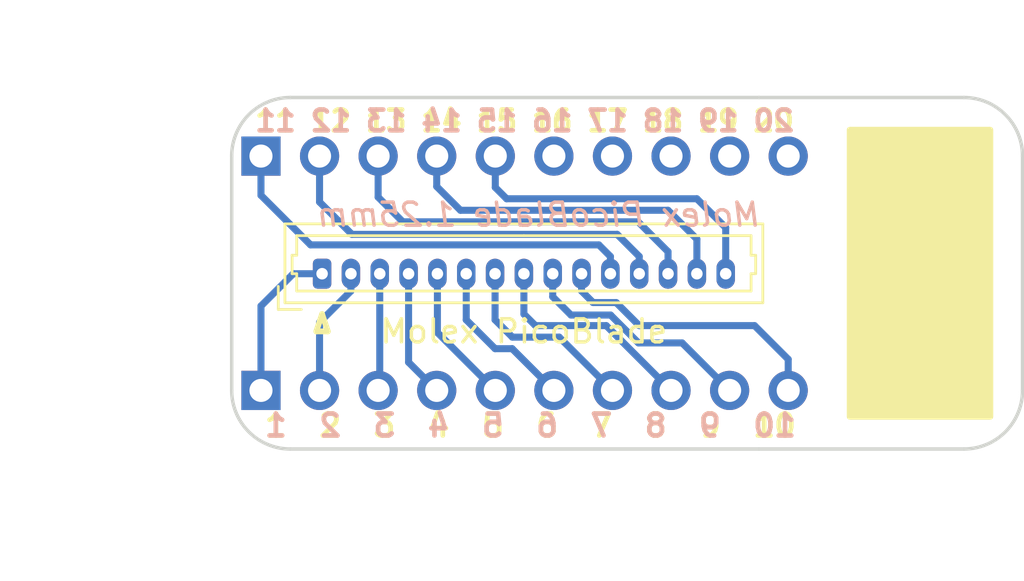
<source format=kicad_pcb>
(kicad_pcb (version 20171130) (host pcbnew "(5.1.12)-1")

  (general
    (thickness 1.6)
    (drawings 24)
    (tracks 62)
    (zones 0)
    (modules 3)
    (nets 21)
  )

  (page A4)
  (layers
    (0 F.Cu signal)
    (31 B.Cu signal)
    (32 B.Adhes user)
    (33 F.Adhes user)
    (34 B.Paste user)
    (35 F.Paste user)
    (36 B.SilkS user)
    (37 F.SilkS user)
    (38 B.Mask user)
    (39 F.Mask user)
    (40 Dwgs.User user)
    (41 Cmts.User user)
    (42 Eco1.User user)
    (43 Eco2.User user)
    (44 Edge.Cuts user)
    (45 Margin user)
    (46 B.CrtYd user)
    (47 F.CrtYd user)
    (48 B.Fab user)
    (49 F.Fab user)
  )

  (setup
    (last_trace_width 0.1524)
    (user_trace_width 0.1524)
    (user_trace_width 0.254)
    (user_trace_width 0.3048)
    (user_trace_width 0.4064)
    (trace_clearance 0.1524)
    (zone_clearance 0.508)
    (zone_45_only no)
    (trace_min 0.1524)
    (via_size 0.6858)
    (via_drill 0.3302)
    (via_min_size 0.508)
    (via_min_drill 0.254)
    (uvia_size 0.3)
    (uvia_drill 0.1)
    (uvias_allowed no)
    (uvia_min_size 0.2)
    (uvia_min_drill 0.1)
    (edge_width 0.15)
    (segment_width 0.1524)
    (pcb_text_width 0.3)
    (pcb_text_size 1.5 1.5)
    (mod_edge_width 0.25)
    (mod_text_size 1 1)
    (mod_text_width 0.15)
    (pad_size 1.524 1.524)
    (pad_drill 0.762)
    (pad_to_mask_clearance 0.0508)
    (solder_mask_min_width 0.1016)
    (aux_axis_origin 0 0)
    (visible_elements 7FFFFFFF)
    (pcbplotparams
      (layerselection 0x00030_80000001)
      (usegerberextensions false)
      (usegerberattributes true)
      (usegerberadvancedattributes true)
      (creategerberjobfile true)
      (excludeedgelayer true)
      (linewidth 0.100000)
      (plotframeref false)
      (viasonmask false)
      (mode 1)
      (useauxorigin false)
      (hpglpennumber 1)
      (hpglpenspeed 20)
      (hpglpendiameter 15.000000)
      (psnegative false)
      (psa4output false)
      (plotreference true)
      (plotvalue true)
      (plotinvisibletext false)
      (padsonsilk false)
      (subtractmaskfromsilk false)
      (outputformat 1)
      (mirror false)
      (drillshape 1)
      (scaleselection 1)
      (outputdirectory ""))
  )

  (net 0 "")
  (net 1 /A0)
  (net 2 /A1)
  (net 3 /A2)
  (net 4 /A3)
  (net 5 /D0)
  (net 6 /D1)
  (net 7 /D2)
  (net 8 /D3)
  (net 9 /D4)
  (net 10 /D5)
  (net 11 /D6)
  (net 12 /D7)
  (net 13 /D8)
  (net 14 /D9)
  (net 15 /D10)
  (net 16 /D13)
  (net 17 /D12)
  (net 18 /D11)
  (net 19 /A4)
  (net 20 /A5)

  (net_class Default "This is the default net class."
    (clearance 0.1524)
    (trace_width 0.1524)
    (via_dia 0.6858)
    (via_drill 0.3302)
    (uvia_dia 0.3)
    (uvia_drill 0.1)
    (add_net /A0)
    (add_net /A1)
    (add_net /A2)
    (add_net /A3)
    (add_net /A4)
    (add_net /A5)
    (add_net /D0)
    (add_net /D1)
    (add_net /D10)
    (add_net /D11)
    (add_net /D12)
    (add_net /D13)
    (add_net /D2)
    (add_net /D3)
    (add_net /D4)
    (add_net /D5)
    (add_net /D6)
    (add_net /D7)
    (add_net /D8)
    (add_net /D9)
  )

  (module Connector_PinHeader_2.54mm:PinHeader_1x10_P2.54mm_Vertical (layer F.Cu) (tedit 63331346) (tstamp 63652A29)
    (at 101.6 120.65 90)
    (descr "Through hole straight pin header, 1x10, 2.54mm pitch, single row")
    (tags "Through hole pin header THT 1x10 2.54mm single row")
    (path /6333E140)
    (fp_text reference J3 (at 0 -2.33 90) (layer F.SilkS) hide
      (effects (font (size 1 1) (thickness 0.15)))
    )
    (fp_text value Conn_01x10_Male (at 0 25.19 90) (layer F.Fab)
      (effects (font (size 1 1) (thickness 0.15)))
    )
    (fp_line (start 1.8 -1.8) (end -1.8 -1.8) (layer F.CrtYd) (width 0.05))
    (fp_line (start 1.8 24.65) (end 1.8 -1.8) (layer F.CrtYd) (width 0.05))
    (fp_line (start -1.8 24.65) (end 1.8 24.65) (layer F.CrtYd) (width 0.05))
    (fp_line (start -1.8 -1.8) (end -1.8 24.65) (layer F.CrtYd) (width 0.05))
    (fp_line (start -1.27 -0.635) (end -0.635 -1.27) (layer F.Fab) (width 0.1))
    (fp_line (start -1.27 24.13) (end -1.27 -0.635) (layer F.Fab) (width 0.1))
    (fp_line (start 1.27 24.13) (end -1.27 24.13) (layer F.Fab) (width 0.1))
    (fp_line (start 1.27 -1.27) (end 1.27 24.13) (layer F.Fab) (width 0.1))
    (fp_line (start -0.635 -1.27) (end 1.27 -1.27) (layer F.Fab) (width 0.1))
    (fp_text user %R (at 0 11.43 180) (layer F.Fab)
      (effects (font (size 1 1) (thickness 0.15)))
    )
    (pad 1 thru_hole rect (at 0 0 90) (size 1.7 1.7) (drill 1) (layers *.Cu *.Mask)
      (net 20 /A5))
    (pad 2 thru_hole oval (at 0 2.54 90) (size 1.7 1.7) (drill 1) (layers *.Cu *.Mask)
      (net 19 /A4))
    (pad 3 thru_hole oval (at 0 5.08 90) (size 1.7 1.7) (drill 1) (layers *.Cu *.Mask)
      (net 4 /A3))
    (pad 4 thru_hole oval (at 0 7.62 90) (size 1.7 1.7) (drill 1) (layers *.Cu *.Mask)
      (net 3 /A2))
    (pad 5 thru_hole oval (at 0 10.16 90) (size 1.7 1.7) (drill 1) (layers *.Cu *.Mask)
      (net 2 /A1))
    (pad 6 thru_hole oval (at 0 12.7 90) (size 1.7 1.7) (drill 1) (layers *.Cu *.Mask)
      (net 1 /A0))
    (pad 7 thru_hole oval (at 0 15.24 90) (size 1.7 1.7) (drill 1) (layers *.Cu *.Mask)
      (net 15 /D10))
    (pad 8 thru_hole oval (at 0 17.78 90) (size 1.7 1.7) (drill 1) (layers *.Cu *.Mask)
      (net 18 /D11))
    (pad 9 thru_hole oval (at 0 20.32 90) (size 1.7 1.7) (drill 1) (layers *.Cu *.Mask)
      (net 17 /D12))
    (pad 10 thru_hole oval (at 0 22.86 90) (size 1.7 1.7) (drill 1) (layers *.Cu *.Mask)
      (net 16 /D13))
    (model ${KISYS3DMOD}/Connector_PinHeader_2.54mm.3dshapes/PinHeader_1x10_P2.54mm_Vertical.wrl
      (at (xyz 0 0 0))
      (scale (xyz 1 1 1))
      (rotate (xyz 0 0 0))
    )
  )

  (module Connector_PinHeader_2.54mm:PinHeader_1x10_P2.54mm_Vertical (layer F.Cu) (tedit 63331326) (tstamp 63334017)
    (at 101.6 130.81 90)
    (descr "Through hole straight pin header, 1x10, 2.54mm pitch, single row")
    (tags "Through hole pin header THT 1x10 2.54mm single row")
    (path /6333F148)
    (fp_text reference J4 (at 0 -2.33 90) (layer F.SilkS) hide
      (effects (font (size 1 1) (thickness 0.15)))
    )
    (fp_text value Conn_01x10_Male (at 0 25.19 90) (layer F.Fab)
      (effects (font (size 1 1) (thickness 0.15)))
    )
    (fp_line (start -0.635 -1.27) (end 1.27 -1.27) (layer F.Fab) (width 0.1))
    (fp_line (start 1.27 -1.27) (end 1.27 24.13) (layer F.Fab) (width 0.1))
    (fp_line (start 1.27 24.13) (end -1.27 24.13) (layer F.Fab) (width 0.1))
    (fp_line (start -1.27 24.13) (end -1.27 -0.635) (layer F.Fab) (width 0.1))
    (fp_line (start -1.27 -0.635) (end -0.635 -1.27) (layer F.Fab) (width 0.1))
    (fp_line (start -1.8 -1.8) (end -1.8 24.65) (layer F.CrtYd) (width 0.05))
    (fp_line (start -1.8 24.65) (end 1.8 24.65) (layer F.CrtYd) (width 0.05))
    (fp_line (start 1.8 24.65) (end 1.8 -1.8) (layer F.CrtYd) (width 0.05))
    (fp_line (start 1.8 -1.8) (end -1.8 -1.8) (layer F.CrtYd) (width 0.05))
    (fp_text user %R (at 0 11.43 180) (layer F.Fab)
      (effects (font (size 1 1) (thickness 0.15)))
    )
    (pad 10 thru_hole oval (at 0 22.86 90) (size 1.7 1.7) (drill 1) (layers *.Cu *.Mask)
      (net 14 /D9))
    (pad 9 thru_hole oval (at 0 20.32 90) (size 1.7 1.7) (drill 1) (layers *.Cu *.Mask)
      (net 13 /D8))
    (pad 8 thru_hole oval (at 0 17.78 90) (size 1.7 1.7) (drill 1) (layers *.Cu *.Mask)
      (net 12 /D7))
    (pad 7 thru_hole oval (at 0 15.24 90) (size 1.7 1.7) (drill 1) (layers *.Cu *.Mask)
      (net 11 /D6))
    (pad 6 thru_hole oval (at 0 12.7 90) (size 1.7 1.7) (drill 1) (layers *.Cu *.Mask)
      (net 10 /D5))
    (pad 5 thru_hole oval (at 0 10.16 90) (size 1.7 1.7) (drill 1) (layers *.Cu *.Mask)
      (net 9 /D4))
    (pad 4 thru_hole oval (at 0 7.62 90) (size 1.7 1.7) (drill 1) (layers *.Cu *.Mask)
      (net 8 /D3))
    (pad 3 thru_hole oval (at 0 5.08 90) (size 1.7 1.7) (drill 1) (layers *.Cu *.Mask)
      (net 7 /D2))
    (pad 2 thru_hole oval (at 0 2.54 90) (size 1.7 1.7) (drill 1) (layers *.Cu *.Mask)
      (net 6 /D1))
    (pad 1 thru_hole rect (at 0 0 90) (size 1.7 1.7) (drill 1) (layers *.Cu *.Mask)
      (net 5 /D0))
    (model ${KISYS3DMOD}/Connector_PinHeader_2.54mm.3dshapes/PinHeader_1x10_P2.54mm_Vertical.wrl
      (at (xyz 0 0 0))
      (scale (xyz 1 1 1))
      (rotate (xyz 0 0 0))
    )
  )

  (module Connector_Molex:Molex_PicoBlade_53047-1510_1x15_P1.25mm_Vertical (layer F.Cu) (tedit 5B783167) (tstamp 634980ED)
    (at 104.25 125.75)
    (descr "Molex PicoBlade Connector System, 53047-1510, 15 Pins per row (http://www.molex.com/pdm_docs/sd/530470610_sd.pdf), generated with kicad-footprint-generator")
    (tags "connector Molex PicoBlade side entry")
    (path /634A5C5D)
    (fp_text reference J1 (at 8.75 -3.25) (layer F.SilkS) hide
      (effects (font (size 1 1) (thickness 0.15)))
    )
    (fp_text value "Molex PicoBlade" (at 8.75 2.5) (layer F.SilkS)
      (effects (font (size 1 1) (thickness 0.15)))
    )
    (fp_line (start -1.5 -2.05) (end -1.5 1.15) (layer F.Fab) (width 0.1))
    (fp_line (start -1.5 1.15) (end 19 1.15) (layer F.Fab) (width 0.1))
    (fp_line (start 19 1.15) (end 19 -2.05) (layer F.Fab) (width 0.1))
    (fp_line (start 19 -2.05) (end -1.5 -2.05) (layer F.Fab) (width 0.1))
    (fp_line (start -1.61 -2.16) (end -1.61 1.26) (layer F.SilkS) (width 0.12))
    (fp_line (start -1.61 1.26) (end 19.11 1.26) (layer F.SilkS) (width 0.12))
    (fp_line (start 19.11 1.26) (end 19.11 -2.16) (layer F.SilkS) (width 0.12))
    (fp_line (start 19.11 -2.16) (end -1.61 -2.16) (layer F.SilkS) (width 0.12))
    (fp_line (start 8.75 0.75) (end -1.1 0.75) (layer F.SilkS) (width 0.12))
    (fp_line (start -1.1 0.75) (end -1.1 0) (layer F.SilkS) (width 0.12))
    (fp_line (start -1.1 0) (end -1.3 0) (layer F.SilkS) (width 0.12))
    (fp_line (start -1.3 0) (end -1.3 -0.8) (layer F.SilkS) (width 0.12))
    (fp_line (start -1.3 -0.8) (end -1.1 -0.8) (layer F.SilkS) (width 0.12))
    (fp_line (start -1.1 -0.8) (end -1.1 -1.65) (layer F.SilkS) (width 0.12))
    (fp_line (start -1.1 -1.65) (end 8.75 -1.65) (layer F.SilkS) (width 0.12))
    (fp_line (start 8.75 0.75) (end 18.6 0.75) (layer F.SilkS) (width 0.12))
    (fp_line (start 18.6 0.75) (end 18.6 0) (layer F.SilkS) (width 0.12))
    (fp_line (start 18.6 0) (end 18.8 0) (layer F.SilkS) (width 0.12))
    (fp_line (start 18.8 0) (end 18.8 -0.8) (layer F.SilkS) (width 0.12))
    (fp_line (start 18.8 -0.8) (end 18.6 -0.8) (layer F.SilkS) (width 0.12))
    (fp_line (start 18.6 -0.8) (end 18.6 -1.65) (layer F.SilkS) (width 0.12))
    (fp_line (start 18.6 -1.65) (end 8.75 -1.65) (layer F.SilkS) (width 0.12))
    (fp_line (start -1.9 1.55) (end -1.9 0.55) (layer F.SilkS) (width 0.12))
    (fp_line (start -1.9 1.55) (end -0.9 1.55) (layer F.SilkS) (width 0.12))
    (fp_line (start -0.5 1.15) (end 0 0.442893) (layer F.Fab) (width 0.1))
    (fp_line (start 0 0.442893) (end 0.5 1.15) (layer F.Fab) (width 0.1))
    (fp_line (start -2 -2.55) (end -2 1.65) (layer F.CrtYd) (width 0.05))
    (fp_line (start -2 1.65) (end 19.5 1.65) (layer F.CrtYd) (width 0.05))
    (fp_line (start 19.5 1.65) (end 19.5 -2.55) (layer F.CrtYd) (width 0.05))
    (fp_line (start 19.5 -2.55) (end -2 -2.55) (layer F.CrtYd) (width 0.05))
    (fp_text user %R (at 8.75 -1.35) (layer F.Fab)
      (effects (font (size 1 1) (thickness 0.15)))
    )
    (pad 1 thru_hole roundrect (at 0 0) (size 0.8 1.3) (drill 0.5) (layers *.Cu *.Mask) (roundrect_rratio 0.25)
      (net 5 /D0))
    (pad 2 thru_hole oval (at 1.25 0) (size 0.8 1.3) (drill 0.5) (layers *.Cu *.Mask)
      (net 6 /D1))
    (pad 3 thru_hole oval (at 2.5 0) (size 0.8 1.3) (drill 0.5) (layers *.Cu *.Mask)
      (net 7 /D2))
    (pad 4 thru_hole oval (at 3.75 0) (size 0.8 1.3) (drill 0.5) (layers *.Cu *.Mask)
      (net 8 /D3))
    (pad 5 thru_hole oval (at 5 0) (size 0.8 1.3) (drill 0.5) (layers *.Cu *.Mask)
      (net 9 /D4))
    (pad 6 thru_hole oval (at 6.25 0) (size 0.8 1.3) (drill 0.5) (layers *.Cu *.Mask)
      (net 10 /D5))
    (pad 7 thru_hole oval (at 7.5 0) (size 0.8 1.3) (drill 0.5) (layers *.Cu *.Mask)
      (net 11 /D6))
    (pad 8 thru_hole oval (at 8.75 0) (size 0.8 1.3) (drill 0.5) (layers *.Cu *.Mask)
      (net 12 /D7))
    (pad 9 thru_hole oval (at 10 0) (size 0.8 1.3) (drill 0.5) (layers *.Cu *.Mask)
      (net 13 /D8))
    (pad 10 thru_hole oval (at 11.25 0) (size 0.8 1.3) (drill 0.5) (layers *.Cu *.Mask)
      (net 14 /D9))
    (pad 11 thru_hole oval (at 12.5 0) (size 0.8 1.3) (drill 0.5) (layers *.Cu *.Mask)
      (net 20 /A5))
    (pad 12 thru_hole oval (at 13.75 0) (size 0.8 1.3) (drill 0.5) (layers *.Cu *.Mask)
      (net 19 /A4))
    (pad 13 thru_hole oval (at 15 0) (size 0.8 1.3) (drill 0.5) (layers *.Cu *.Mask)
      (net 4 /A3))
    (pad 14 thru_hole oval (at 16.25 0) (size 0.8 1.3) (drill 0.5) (layers *.Cu *.Mask)
      (net 3 /A2))
    (pad 15 thru_hole oval (at 17.5 0) (size 0.8 1.3) (drill 0.5) (layers *.Cu *.Mask)
      (net 2 /A1))
    (model ${KISYS3DMOD}/Connector_Molex.3dshapes/Molex_PicoBlade_53047-1510_1x15_P1.25mm_Vertical.wrl
      (at (xyz 0 0 0))
      (scale (xyz 1 1 1))
      (rotate (xyz 0 0 0))
    )
  )

  (gr_line (start 123.19 118.11) (end 132.08 118.11) (layer Edge.Cuts) (width 0.15) (tstamp 63652A61))
  (gr_line (start 123.19 133.35) (end 132.08 133.35) (layer Edge.Cuts) (width 0.15) (tstamp 63652A60))
  (dimension 8.89 (width 0.15) (layer Dwgs.User)
    (gr_text "8.890 mm" (at 130.175 115.54) (layer Dwgs.User)
      (effects (font (size 1 1) (thickness 0.15)))
    )
    (feature1 (pts (xy 134.62 120.65) (xy 134.62 116.253579)))
    (feature2 (pts (xy 125.73 120.65) (xy 125.73 116.253579)))
    (crossbar (pts (xy 125.73 116.84) (xy 134.62 116.84)))
    (arrow1a (pts (xy 134.62 116.84) (xy 133.493496 117.426421)))
    (arrow1b (pts (xy 134.62 116.84) (xy 133.493496 116.253579)))
    (arrow2a (pts (xy 125.73 116.84) (xy 126.856504 117.426421)))
    (arrow2b (pts (xy 125.73 116.84) (xy 126.856504 116.253579)))
  )
  (gr_line (start 104.5 128.25) (end 104.25 127.5) (layer F.SilkS) (width 0.25) (tstamp 634982DC))
  (gr_line (start 104 128.25) (end 104.5 128.25) (layer F.SilkS) (width 0.25))
  (gr_line (start 104.25 127.5) (end 104 128.25) (layer F.SilkS) (width 0.25))
  (gr_text "20 19 18 17 16 15 14 13 12 11" (at 113.03 119.126) (layer B.SilkS)
    (effects (font (size 0.9 0.9) (thickness 0.2)) (justify mirror))
  )
  (gr_text "10  9  8  7  6  5  4  3  2  1" (at 113.284 132.334) (layer B.SilkS)
    (effects (font (size 0.95 0.95) (thickness 0.2)) (justify mirror))
  )
  (dimension 10.16 (width 0.15) (layer Dwgs.User)
    (gr_text "0.4000 in" (at 130.84 125.73 270) (layer Dwgs.User)
      (effects (font (size 1 1) (thickness 0.15)))
    )
    (feature1 (pts (xy 124.46 130.81) (xy 130.126421 130.81)))
    (feature2 (pts (xy 124.46 120.65) (xy 130.126421 120.65)))
    (crossbar (pts (xy 129.54 120.65) (xy 129.54 130.81)))
    (arrow1a (pts (xy 129.54 130.81) (xy 128.953579 129.683496)))
    (arrow1b (pts (xy 129.54 130.81) (xy 130.126421 129.683496)))
    (arrow2a (pts (xy 129.54 120.65) (xy 128.953579 121.776504)))
    (arrow2b (pts (xy 129.54 120.65) (xy 130.126421 121.776504)))
  )
  (dimension 25.4 (width 0.15) (layer Dwgs.User)
    (gr_text "1.0000 in" (at 113.03 139.73) (layer Dwgs.User)
      (effects (font (size 1 1) (thickness 0.15)))
    )
    (feature1 (pts (xy 125.73 130.81) (xy 125.73 139.016421)))
    (feature2 (pts (xy 100.33 130.81) (xy 100.33 139.016421)))
    (crossbar (pts (xy 100.33 138.43) (xy 125.73 138.43)))
    (arrow1a (pts (xy 125.73 138.43) (xy 124.603496 139.016421)))
    (arrow1b (pts (xy 125.73 138.43) (xy 124.603496 137.843579)))
    (arrow2a (pts (xy 100.33 138.43) (xy 101.456504 139.016421)))
    (arrow2b (pts (xy 100.33 138.43) (xy 101.456504 137.843579)))
  )
  (dimension 15.24 (width 0.15) (layer Dwgs.User)
    (gr_text "0.6000 in" (at 93.95 125.73 90) (layer Dwgs.User)
      (effects (font (size 1 1) (thickness 0.15)))
    )
    (feature1 (pts (xy 102.87 118.11) (xy 94.663579 118.11)))
    (feature2 (pts (xy 102.87 133.35) (xy 94.663579 133.35)))
    (crossbar (pts (xy 95.25 133.35) (xy 95.25 118.11)))
    (arrow1a (pts (xy 95.25 118.11) (xy 95.836421 119.236504)))
    (arrow1b (pts (xy 95.25 118.11) (xy 94.663579 119.236504)))
    (arrow2a (pts (xy 95.25 133.35) (xy 95.836421 132.223496)))
    (arrow2b (pts (xy 95.25 133.35) (xy 94.663579 132.223496)))
  )
  (gr_line (start 100.33 120.65) (end 100.33 130.81) (layer Edge.Cuts) (width 0.15) (tstamp 63334D48))
  (gr_line (start 123.19 118.11) (end 102.87 118.11) (layer Edge.Cuts) (width 0.15) (tstamp 63334D47))
  (gr_line (start 134.62 130.81) (end 134.62 120.65) (layer Edge.Cuts) (width 0.15) (tstamp 63334D46))
  (gr_line (start 102.87 133.35) (end 123.19 133.35) (layer Edge.Cuts) (width 0.15) (tstamp 63334D45))
  (gr_text "Molex PicoBlade 1.25mm" (at 113.665 123.19) (layer B.SilkS)
    (effects (font (size 1 1) (thickness 0.15) italic) (justify mirror))
  )
  (gr_text "11 12 13 14 15 16 17 18 19 20" (at 113.03 119.126) (layer F.SilkS) (tstamp 63334871)
    (effects (font (size 0.9 0.9) (thickness 0.2)))
  )
  (gr_text "1  2  3  4  5  6  7  8  9  10" (at 113.284 132.334) (layer F.SilkS) (tstamp 63335405)
    (effects (font (size 0.95 0.95) (thickness 0.2)))
  )
  (gr_line (start 128.27 125.73) (end 97.79 125.73) (layer Dwgs.User) (width 0.15) (tstamp 6348FBDE))
  (gr_line (start 113.03 115.57) (end 113.03 137.16) (layer Dwgs.User) (width 0.15))
  (gr_arc (start 102.87 130.81) (end 100.33 130.81) (angle -90) (layer Edge.Cuts) (width 0.15))
  (gr_arc (start 132.08 130.81) (end 132.08 133.35) (angle -90) (layer Edge.Cuts) (width 0.15))
  (gr_arc (start 132.08 120.65) (end 134.62 120.65) (angle -90) (layer Edge.Cuts) (width 0.15))
  (gr_arc (start 102.87 120.65) (end 102.87 118.11) (angle -90) (layer Edge.Cuts) (width 0.15))

  (segment (start 112.25 122.5) (end 111.76 122.01) (width 0.3048) (layer B.Cu) (net 2))
  (segment (start 111.76 122.01) (end 111.76 120.65) (width 0.3048) (layer B.Cu) (net 2))
  (segment (start 120.5 122.5) (end 112.25 122.5) (width 0.3048) (layer B.Cu) (net 2))
  (segment (start 121.75 123.75) (end 120.5 122.5) (width 0.3048) (layer B.Cu) (net 2))
  (segment (start 121.75 125.75) (end 121.75 123.75) (width 0.3048) (layer B.Cu) (net 2))
  (segment (start 120.5 125.75) (end 120.5 124.25) (width 0.3048) (layer B.Cu) (net 3))
  (segment (start 120.5 124.25) (end 119.25 123) (width 0.3048) (layer B.Cu) (net 3))
  (segment (start 119.25 123) (end 110.25 123) (width 0.3048) (layer B.Cu) (net 3))
  (segment (start 109.22 121.97) (end 109.22 120.65) (width 0.3048) (layer B.Cu) (net 3))
  (segment (start 110.25 123) (end 109.22 121.97) (width 0.3048) (layer B.Cu) (net 3))
  (segment (start 106.68 122.43) (end 106.68 120.65) (width 0.3048) (layer B.Cu) (net 4))
  (segment (start 107.75 123.5) (end 106.68 122.43) (width 0.3048) (layer B.Cu) (net 4))
  (segment (start 119.25 124.7952) (end 117.9548 123.5) (width 0.3048) (layer B.Cu) (net 4))
  (segment (start 117.9548 123.5) (end 107.75 123.5) (width 0.3048) (layer B.Cu) (net 4))
  (segment (start 119.25 125.75) (end 119.25 124.7952) (width 0.3048) (layer B.Cu) (net 4))
  (segment (start 104.25 125.75) (end 103 125.75) (width 0.3048) (layer B.Cu) (net 5))
  (segment (start 101.6 127.15) (end 101.6 130.81) (width 0.3048) (layer B.Cu) (net 5))
  (segment (start 103 125.75) (end 101.6 127.15) (width 0.3048) (layer B.Cu) (net 5))
  (segment (start 105.5 125.75) (end 105.5 126.5) (width 0.3048) (layer B.Cu) (net 6))
  (segment (start 104.14 127.86) (end 104.14 130.81) (width 0.3048) (layer B.Cu) (net 6))
  (segment (start 105.5 126.5) (end 104.14 127.86) (width 0.3048) (layer B.Cu) (net 6))
  (segment (start 106.75 130.74) (end 106.68 130.81) (width 0.3048) (layer B.Cu) (net 7))
  (segment (start 106.75 125.75) (end 106.75 130.74) (width 0.3048) (layer B.Cu) (net 7))
  (segment (start 108 129.59) (end 109.22 130.81) (width 0.3048) (layer B.Cu) (net 8))
  (segment (start 108 125.75) (end 108 129.59) (width 0.3048) (layer B.Cu) (net 8))
  (segment (start 109.25 128.3) (end 111.76 130.81) (width 0.3048) (layer B.Cu) (net 9))
  (segment (start 109.25 125.75) (end 109.25 128.3) (width 0.3048) (layer B.Cu) (net 9))
  (segment (start 110.5 125.75) (end 110.5 127.75) (width 0.3048) (layer B.Cu) (net 10))
  (segment (start 110.5 127.75) (end 111.75 129) (width 0.3048) (layer B.Cu) (net 10))
  (segment (start 112.49 129) (end 114.3 130.81) (width 0.3048) (layer B.Cu) (net 10))
  (segment (start 111.75 129) (end 112.49 129) (width 0.3048) (layer B.Cu) (net 10))
  (segment (start 111.75 125.75) (end 111.75 127.75) (width 0.3048) (layer B.Cu) (net 11))
  (segment (start 111.75 127.75) (end 112.5 128.5) (width 0.3048) (layer B.Cu) (net 11))
  (segment (start 114.53 128.5) (end 116.84 130.81) (width 0.3048) (layer B.Cu) (net 11))
  (segment (start 112.5 128.5) (end 114.53 128.5) (width 0.3048) (layer B.Cu) (net 11))
  (segment (start 113 125.75) (end 113 127.5) (width 0.3048) (layer B.Cu) (net 12))
  (segment (start 113 127.5) (end 113.5 128) (width 0.3048) (layer B.Cu) (net 12))
  (segment (start 116.57 128) (end 119.38 130.81) (width 0.3048) (layer B.Cu) (net 12))
  (segment (start 113.5 128) (end 116.57 128) (width 0.3048) (layer B.Cu) (net 12))
  (segment (start 115.04279 127.54279) (end 116.759382 127.54279) (width 0.3048) (layer B.Cu) (net 13))
  (segment (start 114.25 126.75) (end 115.04279 127.54279) (width 0.3048) (layer B.Cu) (net 13))
  (segment (start 114.25 125.75) (end 114.25 126.75) (width 0.3048) (layer B.Cu) (net 13))
  (segment (start 116.759382 127.54279) (end 117.966592 128.75) (width 0.3048) (layer B.Cu) (net 13))
  (segment (start 119.86 128.75) (end 121.92 130.81) (width 0.3048) (layer B.Cu) (net 13))
  (segment (start 117.966592 128.75) (end 119.86 128.75) (width 0.3048) (layer B.Cu) (net 13))
  (segment (start 115.5 125.75) (end 115.5 126.5) (width 0.3048) (layer B.Cu) (net 14))
  (segment (start 115.5 126.5) (end 116 127) (width 0.3048) (layer B.Cu) (net 14))
  (segment (start 116 127) (end 117 127) (width 0.3048) (layer B.Cu) (net 14))
  (segment (start 117 127) (end 118 128) (width 0.3048) (layer B.Cu) (net 14))
  (segment (start 124.46 129.46) (end 124.46 130.81) (width 0.3048) (layer B.Cu) (net 14))
  (segment (start 123 128) (end 124.46 129.46) (width 0.3048) (layer B.Cu) (net 14))
  (segment (start 118 128) (end 123 128) (width 0.3048) (layer B.Cu) (net 14))
  (segment (start 118 125.75) (end 118 125) (width 0.3048) (layer B.Cu) (net 19))
  (segment (start 118 125) (end 117.04279 124.04279) (width 0.3048) (layer B.Cu) (net 19))
  (segment (start 117.04279 124.04279) (end 105.54279 124.04279) (width 0.3048) (layer B.Cu) (net 19))
  (segment (start 104.14 122.64) (end 104.14 120.65) (width 0.3048) (layer B.Cu) (net 19))
  (segment (start 105.54279 124.04279) (end 104.14 122.64) (width 0.3048) (layer B.Cu) (net 19))
  (segment (start 116.75 125.75) (end 116.75 125) (width 0.3048) (layer B.Cu) (net 20))
  (segment (start 116.75 125) (end 116.25 124.5) (width 0.3048) (layer B.Cu) (net 20))
  (segment (start 116.25 124.5) (end 103.75 124.5) (width 0.3048) (layer B.Cu) (net 20))
  (segment (start 101.6 122.35) (end 101.6 120.65) (width 0.3048) (layer B.Cu) (net 20))
  (segment (start 103.75 124.5) (end 101.6 122.35) (width 0.3048) (layer B.Cu) (net 20))

  (zone (net 0) (net_name "") (layer F.SilkS) (tstamp 0) (hatch edge 0.508)
    (connect_pads (clearance 0.508))
    (min_thickness 0.254)
    (fill yes (arc_segments 32) (thermal_gap 0.508) (thermal_bridge_width 0.508))
    (polygon
      (pts
        (xy 133.35 132.08) (xy 127 132.08) (xy 127 119.38) (xy 133.35 119.38)
      )
    )
    (filled_polygon
      (pts
        (xy 133.223 131.953) (xy 127.127 131.953) (xy 127.127 119.507) (xy 133.223 119.507)
      )
    )
  )
)

</source>
